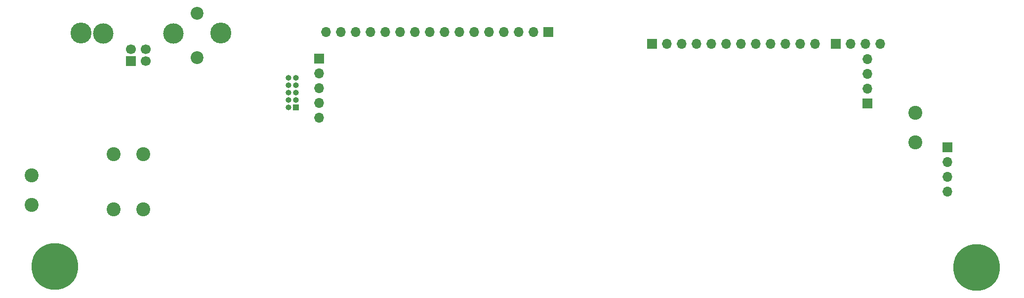
<source format=gbr>
G04 #@! TF.GenerationSoftware,KiCad,Pcbnew,5.1.9+dfsg1-1*
G04 #@! TF.CreationDate,2021-07-22T22:29:17+02:00*
G04 #@! TF.ProjectId,ctrl-m,6374726c-2d6d-42e6-9b69-6361645f7063,1.0*
G04 #@! TF.SameCoordinates,Original*
G04 #@! TF.FileFunction,Soldermask,Top*
G04 #@! TF.FilePolarity,Negative*
%FSLAX46Y46*%
G04 Gerber Fmt 4.6, Leading zero omitted, Abs format (unit mm)*
G04 Created by KiCad (PCBNEW 5.1.9+dfsg1-1) date 2021-07-22 22:29:17*
%MOMM*%
%LPD*%
G01*
G04 APERTURE LIST*
%ADD10C,3.600000*%
%ADD11C,2.200000*%
%ADD12R,1.700000X1.700000*%
%ADD13O,1.700000X1.700000*%
%ADD14C,1.700000*%
%ADD15C,3.500000*%
%ADD16R,1.000000X1.000000*%
%ADD17O,1.000000X1.000000*%
%ADD18C,2.400000*%
%ADD19C,8.000000*%
G04 APERTURE END LIST*
D10*
X72470000Y-80169000D03*
D11*
X92400000Y-84389000D03*
X92400000Y-76769000D03*
D12*
X113284000Y-84582000D03*
D13*
X113284000Y-87122000D03*
X113284000Y-89662000D03*
X113284000Y-92202000D03*
X113284000Y-94742000D03*
D12*
X81070000Y-85000000D03*
D14*
X83570000Y-85000000D03*
X83570000Y-83000000D03*
X81070000Y-83000000D03*
D15*
X76300000Y-80290000D03*
X88340000Y-80290000D03*
D16*
X109347000Y-92964000D03*
D17*
X108077000Y-92964000D03*
X109347000Y-91694000D03*
X108077000Y-91694000D03*
X109347000Y-90424000D03*
X108077000Y-90424000D03*
X109347000Y-89154000D03*
X108077000Y-89154000D03*
X109347000Y-87884000D03*
X108077000Y-87884000D03*
D18*
X78060000Y-101000000D03*
X83140000Y-101000000D03*
X83140000Y-110469000D03*
X78060000Y-110469000D03*
X64000000Y-104669000D03*
X64000000Y-109749000D03*
X215500000Y-93920000D03*
X215500000Y-99000000D03*
D12*
X152600000Y-80000000D03*
D13*
X150060000Y-80000000D03*
X147520000Y-80000000D03*
X144980000Y-80000000D03*
X139900000Y-80000000D03*
X142440000Y-80000000D03*
X134820000Y-80000000D03*
X137360000Y-80000000D03*
X114500000Y-80000000D03*
X132280000Y-80000000D03*
X129740000Y-80000000D03*
X127200000Y-80000000D03*
X124660000Y-80000000D03*
X122120000Y-80000000D03*
X119580000Y-80000000D03*
X117040000Y-80000000D03*
D12*
X170400000Y-82000000D03*
D13*
X172940000Y-82000000D03*
X175480000Y-82000000D03*
X178020000Y-82000000D03*
X183100000Y-82000000D03*
X180560000Y-82000000D03*
X188180000Y-82000000D03*
X185640000Y-82000000D03*
X198340000Y-82000000D03*
X190720000Y-82000000D03*
X193260000Y-82000000D03*
X195800000Y-82000000D03*
D12*
X201880000Y-82000000D03*
D13*
X204420000Y-82000000D03*
X206960000Y-82000000D03*
X209500000Y-82000000D03*
D12*
X221000000Y-99822000D03*
D13*
X221000000Y-102362000D03*
X221000000Y-104902000D03*
X221000000Y-107442000D03*
D12*
X207270000Y-92269000D03*
D13*
X207270000Y-89729000D03*
X207270000Y-87189000D03*
X207270000Y-84649000D03*
D19*
X68000000Y-120300000D03*
X226000000Y-120500000D03*
D10*
X96500000Y-80199000D03*
M02*

</source>
